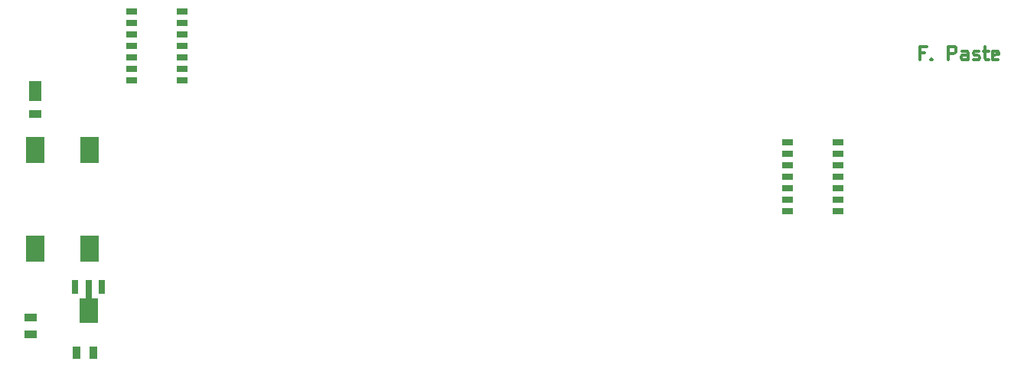
<source format=gtp>
G04 (created by PCBNEW (2013-mar-13)-testing) date Thu 26 Sep 2013 17:04:14 BST*
%MOIN*%
G04 Gerber Fmt 3.4, Leading zero omitted, Abs format*
%FSLAX34Y34*%
G01*
G70*
G90*
G04 APERTURE LIST*
%ADD10C,0.005906*%
%ADD11C,0.011811*%
%ADD12R,0.050000X0.025000*%
%ADD13R,0.035000X0.055000*%
%ADD14R,0.055000X0.035000*%
%ADD15R,0.078740X0.118110*%
%ADD16R,0.027600X0.063000*%
%ADD17R,0.027600X0.082700*%
%ADD18R,0.078700X0.108300*%
%ADD19R,0.055100X0.086600*%
%ADD20R,0.055100X0.035400*%
G04 APERTURE END LIST*
G54D10*
G54D11*
X45621Y-8186D02*
X45424Y-8186D01*
X45424Y-8495D02*
X45424Y-7904D01*
X45705Y-7904D01*
X45930Y-8439D02*
X45958Y-8467D01*
X45930Y-8495D01*
X45902Y-8467D01*
X45930Y-8439D01*
X45930Y-8495D01*
X46661Y-8495D02*
X46661Y-7904D01*
X46886Y-7904D01*
X46943Y-7933D01*
X46971Y-7961D01*
X46999Y-8017D01*
X46999Y-8101D01*
X46971Y-8158D01*
X46943Y-8186D01*
X46886Y-8214D01*
X46661Y-8214D01*
X47505Y-8495D02*
X47505Y-8186D01*
X47477Y-8129D01*
X47421Y-8101D01*
X47308Y-8101D01*
X47252Y-8129D01*
X47505Y-8467D02*
X47449Y-8495D01*
X47308Y-8495D01*
X47252Y-8467D01*
X47224Y-8411D01*
X47224Y-8354D01*
X47252Y-8298D01*
X47308Y-8270D01*
X47449Y-8270D01*
X47505Y-8242D01*
X47758Y-8467D02*
X47814Y-8495D01*
X47927Y-8495D01*
X47983Y-8467D01*
X48011Y-8411D01*
X48011Y-8383D01*
X47983Y-8326D01*
X47927Y-8298D01*
X47843Y-8298D01*
X47786Y-8270D01*
X47758Y-8214D01*
X47758Y-8186D01*
X47786Y-8129D01*
X47843Y-8101D01*
X47927Y-8101D01*
X47983Y-8129D01*
X48180Y-8101D02*
X48405Y-8101D01*
X48264Y-7904D02*
X48264Y-8411D01*
X48293Y-8467D01*
X48349Y-8495D01*
X48405Y-8495D01*
X48827Y-8467D02*
X48771Y-8495D01*
X48658Y-8495D01*
X48602Y-8467D01*
X48574Y-8411D01*
X48574Y-8186D01*
X48602Y-8129D01*
X48658Y-8101D01*
X48771Y-8101D01*
X48827Y-8129D01*
X48855Y-8186D01*
X48855Y-8242D01*
X48574Y-8298D01*
G54D12*
X39648Y-12082D03*
X39648Y-12582D03*
X39648Y-13082D03*
X39648Y-13582D03*
X39648Y-14082D03*
X39648Y-14582D03*
X39648Y-15082D03*
X41848Y-15082D03*
X41848Y-14582D03*
X41848Y-14082D03*
X41848Y-13582D03*
X41848Y-13082D03*
X41848Y-12582D03*
X41848Y-12082D03*
X13304Y-9374D03*
X13304Y-8874D03*
X13304Y-8374D03*
X13304Y-7874D03*
X13304Y-7374D03*
X13304Y-6874D03*
X13304Y-6374D03*
X11104Y-6374D03*
X11104Y-6874D03*
X11104Y-7374D03*
X11104Y-7874D03*
X11104Y-8374D03*
X11104Y-8874D03*
X11104Y-9374D03*
G54D13*
X9430Y-21259D03*
X8680Y-21259D03*
G54D14*
X6692Y-19703D03*
X6692Y-20453D03*
G54D15*
X6889Y-16732D03*
X6889Y-12401D03*
X9251Y-12401D03*
X9251Y-16732D03*
G54D16*
X9803Y-18385D03*
G54D17*
X9212Y-18483D03*
G54D16*
X8621Y-18385D03*
G54D18*
X9212Y-19428D03*
G54D19*
X6890Y-9842D03*
G54D20*
X6890Y-10846D03*
M02*

</source>
